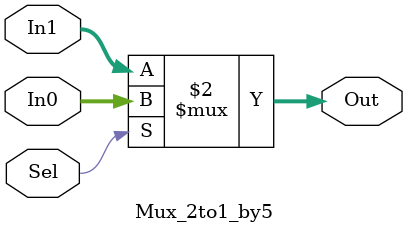
<source format=v>
`timescale 1ns / 1ps
module Mux_2to1_by5(In0,In1,Out,Sel);
input			[4:0]	In0;
input			[4:0]	In1;
input						Sel;
output reg	[4:0]	Out;
always@(Sel,In0,In1)
begin
	Out =(Sel)? In0: In1;
end
endmodule

</source>
